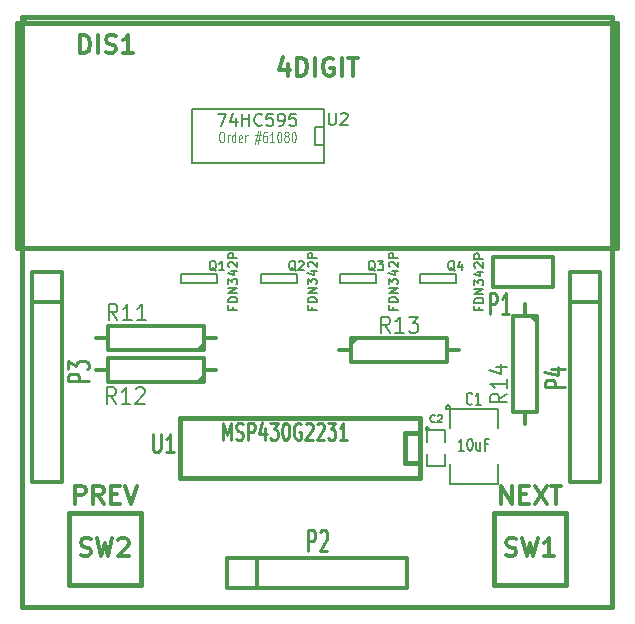
<source format=gto>
G04 (created by PCBNEW-RS274X (2011-05-25)-stable) date Sun 14 Oct 2012 04:31:26 PM CDT*
G01*
G70*
G90*
%MOIN*%
G04 Gerber Fmt 3.4, Leading zero omitted, Abs format*
%FSLAX34Y34*%
G04 APERTURE LIST*
%ADD10C,0.006000*%
%ADD11C,0.004000*%
%ADD12C,0.015000*%
%ADD13C,0.005000*%
%ADD14C,0.008000*%
%ADD15C,0.012000*%
%ADD16C,0.007500*%
%ADD17C,0.010700*%
%ADD18C,0.011300*%
%ADD19C,0.009000*%
G04 APERTURE END LIST*
G54D10*
G54D11*
X06636Y-03817D02*
X06684Y-03817D01*
X06708Y-03833D01*
X06731Y-03867D01*
X06743Y-03933D01*
X06743Y-04050D01*
X06731Y-04117D01*
X06708Y-04150D01*
X06684Y-04167D01*
X06636Y-04167D01*
X06612Y-04150D01*
X06589Y-04117D01*
X06577Y-04050D01*
X06577Y-03933D01*
X06589Y-03867D01*
X06612Y-03833D01*
X06636Y-03817D01*
X06851Y-04167D02*
X06851Y-03933D01*
X06851Y-04000D02*
X06862Y-03967D01*
X06874Y-03950D01*
X06898Y-03933D01*
X06922Y-03933D01*
X07113Y-04167D02*
X07113Y-03817D01*
X07113Y-04150D02*
X07089Y-04167D01*
X07041Y-04167D01*
X07017Y-04150D01*
X07006Y-04133D01*
X06994Y-04100D01*
X06994Y-04000D01*
X07006Y-03967D01*
X07017Y-03950D01*
X07041Y-03933D01*
X07089Y-03933D01*
X07113Y-03950D01*
X07327Y-04150D02*
X07303Y-04167D01*
X07255Y-04167D01*
X07232Y-04150D01*
X07220Y-04117D01*
X07220Y-03983D01*
X07232Y-03950D01*
X07255Y-03933D01*
X07303Y-03933D01*
X07327Y-03950D01*
X07339Y-03983D01*
X07339Y-04017D01*
X07220Y-04050D01*
X07446Y-04167D02*
X07446Y-03933D01*
X07446Y-04000D02*
X07457Y-03967D01*
X07469Y-03950D01*
X07493Y-03933D01*
X07517Y-03933D01*
X07779Y-03933D02*
X07957Y-03933D01*
X07850Y-03783D02*
X07779Y-04233D01*
X07933Y-04083D02*
X07755Y-04083D01*
X07862Y-04233D02*
X07933Y-03783D01*
X08148Y-03817D02*
X08100Y-03817D01*
X08076Y-03833D01*
X08064Y-03850D01*
X08041Y-03900D01*
X08029Y-03967D01*
X08029Y-04100D01*
X08041Y-04133D01*
X08052Y-04150D01*
X08076Y-04167D01*
X08124Y-04167D01*
X08148Y-04150D01*
X08160Y-04133D01*
X08171Y-04100D01*
X08171Y-04017D01*
X08160Y-03983D01*
X08148Y-03967D01*
X08124Y-03950D01*
X08076Y-03950D01*
X08052Y-03967D01*
X08041Y-03983D01*
X08029Y-04017D01*
X08409Y-04167D02*
X08267Y-04167D01*
X08338Y-04167D02*
X08338Y-03817D01*
X08314Y-03867D01*
X08290Y-03900D01*
X08267Y-03917D01*
X08564Y-03817D02*
X08588Y-03817D01*
X08612Y-03833D01*
X08624Y-03850D01*
X08636Y-03883D01*
X08647Y-03950D01*
X08647Y-04033D01*
X08636Y-04100D01*
X08624Y-04133D01*
X08612Y-04150D01*
X08588Y-04167D01*
X08564Y-04167D01*
X08540Y-04150D01*
X08528Y-04133D01*
X08517Y-04100D01*
X08505Y-04033D01*
X08505Y-03950D01*
X08517Y-03883D01*
X08528Y-03850D01*
X08540Y-03833D01*
X08564Y-03817D01*
X08790Y-03967D02*
X08766Y-03950D01*
X08755Y-03933D01*
X08743Y-03900D01*
X08743Y-03883D01*
X08755Y-03850D01*
X08766Y-03833D01*
X08790Y-03817D01*
X08838Y-03817D01*
X08862Y-03833D01*
X08874Y-03850D01*
X08885Y-03883D01*
X08885Y-03900D01*
X08874Y-03933D01*
X08862Y-03950D01*
X08838Y-03967D01*
X08790Y-03967D01*
X08766Y-03983D01*
X08755Y-04000D01*
X08743Y-04033D01*
X08743Y-04100D01*
X08755Y-04133D01*
X08766Y-04150D01*
X08790Y-04167D01*
X08838Y-04167D01*
X08862Y-04150D01*
X08874Y-04133D01*
X08885Y-04100D01*
X08885Y-04033D01*
X08874Y-04000D01*
X08862Y-03983D01*
X08838Y-03967D01*
X09040Y-03817D02*
X09064Y-03817D01*
X09088Y-03833D01*
X09100Y-03850D01*
X09112Y-03883D01*
X09123Y-03950D01*
X09123Y-04033D01*
X09112Y-04100D01*
X09100Y-04133D01*
X09088Y-04150D01*
X09064Y-04167D01*
X09040Y-04167D01*
X09016Y-04150D01*
X09004Y-04133D01*
X08993Y-04100D01*
X08981Y-04033D01*
X08981Y-03950D01*
X08993Y-03883D01*
X09004Y-03850D01*
X09016Y-03833D01*
X09040Y-03817D01*
G54D12*
X19650Y00000D02*
X00000Y00000D01*
X19650Y-19650D02*
X19650Y00000D01*
X00000Y-19650D02*
X19650Y-19650D01*
X00000Y00000D02*
X00000Y-19650D01*
X00050Y-00050D02*
X00000Y00000D01*
G54D13*
X06500Y-08850D02*
X05300Y-08850D01*
X05300Y-08850D02*
X05300Y-08550D01*
X05300Y-08550D02*
X06500Y-08550D01*
X06500Y-08550D02*
X06500Y-08850D01*
X09150Y-08850D02*
X07950Y-08850D01*
X07950Y-08850D02*
X07950Y-08550D01*
X07950Y-08550D02*
X09150Y-08550D01*
X09150Y-08550D02*
X09150Y-08850D01*
X11800Y-08850D02*
X10600Y-08850D01*
X10600Y-08850D02*
X10600Y-08550D01*
X10600Y-08550D02*
X11800Y-08550D01*
X11800Y-08550D02*
X11800Y-08850D01*
X14450Y-08850D02*
X13250Y-08850D01*
X13250Y-08850D02*
X13250Y-08550D01*
X13250Y-08550D02*
X14450Y-08550D01*
X14450Y-08550D02*
X14450Y-08850D01*
G54D14*
X10050Y-04250D02*
X09750Y-04250D01*
X09750Y-04250D02*
X09750Y-03650D01*
X09750Y-03650D02*
X10050Y-03650D01*
X05650Y-04850D02*
X05650Y-03050D01*
X05650Y-03050D02*
X10050Y-03050D01*
X10050Y-03050D02*
X10050Y-04850D01*
X10050Y-04850D02*
X05650Y-04850D01*
G54D15*
X15700Y-09000D02*
X15700Y-08000D01*
X15700Y-08000D02*
X17700Y-08000D01*
X17700Y-08000D02*
X17700Y-09000D01*
X17700Y-09000D02*
X15700Y-09000D01*
G54D12*
X13250Y-15350D02*
X05250Y-15350D01*
X05250Y-13350D02*
X13250Y-13350D01*
X13250Y-13350D02*
X13250Y-15350D01*
X13250Y-14850D02*
X12750Y-14850D01*
X12750Y-14850D02*
X12750Y-13850D01*
X12750Y-13850D02*
X13250Y-13850D01*
X05250Y-15350D02*
X05250Y-13350D01*
G54D13*
X14270Y-13000D02*
X14268Y-13013D01*
X14264Y-13026D01*
X14258Y-13038D01*
X14249Y-13049D01*
X14239Y-13058D01*
X14227Y-13064D01*
X14214Y-13068D01*
X14200Y-13069D01*
X14187Y-13068D01*
X14174Y-13064D01*
X14162Y-13058D01*
X14152Y-13050D01*
X14143Y-13039D01*
X14136Y-13027D01*
X14132Y-13014D01*
X14131Y-13000D01*
X14132Y-12988D01*
X14135Y-12975D01*
X14142Y-12963D01*
X14150Y-12952D01*
X14161Y-12943D01*
X14172Y-12936D01*
X14185Y-12932D01*
X14199Y-12931D01*
X14212Y-12932D01*
X14225Y-12935D01*
X14237Y-12941D01*
X14248Y-12950D01*
X14257Y-12960D01*
X14263Y-12972D01*
X14268Y-12985D01*
X14269Y-12999D01*
X14270Y-13000D01*
X14250Y-14900D02*
X14250Y-15550D01*
X14250Y-15550D02*
X15850Y-15550D01*
X15850Y-15550D02*
X15850Y-14900D01*
X15850Y-13700D02*
X15850Y-13050D01*
X15850Y-13050D02*
X14250Y-13050D01*
X14250Y-13050D02*
X14250Y-13700D01*
G54D12*
X-00157Y-07687D02*
X19843Y-07687D01*
X19843Y-07687D02*
X19843Y-00187D01*
X19843Y-00187D02*
X19793Y-00187D01*
X-00157Y-00187D02*
X-00157Y-07687D01*
X19843Y-00187D02*
X-00157Y-00187D01*
X15779Y-16517D02*
X15729Y-16517D01*
X15729Y-16517D02*
X15729Y-18917D01*
X15729Y-18917D02*
X18129Y-18917D01*
X18129Y-18917D02*
X18129Y-16567D01*
X15729Y-16517D02*
X18129Y-16517D01*
X01606Y-16517D02*
X01556Y-16517D01*
X01556Y-16517D02*
X01556Y-18917D01*
X01556Y-18917D02*
X03956Y-18917D01*
X03956Y-18917D02*
X03956Y-16567D01*
X01556Y-16517D02*
X03956Y-16517D01*
G54D15*
X01325Y-08500D02*
X01325Y-08500D01*
X01325Y-08500D02*
X01325Y-15500D01*
X01325Y-15500D02*
X00325Y-15500D01*
X00325Y-15500D02*
X00325Y-08500D01*
X00325Y-08500D02*
X01325Y-08500D01*
X00325Y-09500D02*
X00325Y-09500D01*
X00325Y-09500D02*
X01325Y-09500D01*
X19275Y-08500D02*
X19275Y-08500D01*
X19275Y-08500D02*
X19275Y-15500D01*
X19275Y-15500D02*
X18275Y-15500D01*
X18275Y-15500D02*
X18275Y-08500D01*
X18275Y-08500D02*
X19275Y-08500D01*
X18275Y-09500D02*
X18275Y-09500D01*
X18275Y-09500D02*
X19275Y-09500D01*
G54D13*
X13550Y-13700D02*
X13549Y-13709D01*
X13546Y-13719D01*
X13541Y-13727D01*
X13535Y-13735D01*
X13527Y-13741D01*
X13519Y-13746D01*
X13510Y-13748D01*
X13500Y-13749D01*
X13491Y-13749D01*
X13482Y-13746D01*
X13473Y-13741D01*
X13466Y-13735D01*
X13459Y-13728D01*
X13455Y-13719D01*
X13452Y-13710D01*
X13451Y-13700D01*
X13451Y-13691D01*
X13454Y-13682D01*
X13458Y-13673D01*
X13465Y-13666D01*
X13472Y-13659D01*
X13480Y-13655D01*
X13490Y-13652D01*
X13499Y-13651D01*
X13508Y-13651D01*
X13518Y-13654D01*
X13526Y-13658D01*
X13534Y-13664D01*
X13540Y-13672D01*
X13545Y-13680D01*
X13548Y-13689D01*
X13549Y-13699D01*
X13550Y-13700D01*
X13500Y-14150D02*
X13500Y-13750D01*
X13500Y-13750D02*
X14100Y-13750D01*
X14100Y-13750D02*
X14100Y-14150D01*
X14100Y-14550D02*
X14100Y-14950D01*
X14100Y-14950D02*
X13500Y-14950D01*
X13500Y-14950D02*
X13500Y-14550D01*
G54D15*
X06843Y-19004D02*
X06843Y-18004D01*
X06843Y-18004D02*
X12843Y-18004D01*
X12843Y-18004D02*
X12843Y-19004D01*
X12843Y-19004D02*
X06843Y-19004D01*
X07843Y-19004D02*
X07843Y-18004D01*
X06450Y-10700D02*
X06050Y-10700D01*
X06050Y-10700D02*
X06050Y-11100D01*
X06050Y-11100D02*
X02850Y-11100D01*
X02850Y-11100D02*
X02850Y-10300D01*
X02850Y-10300D02*
X06050Y-10300D01*
X06050Y-10300D02*
X06050Y-10700D01*
X06050Y-10900D02*
X05850Y-11100D01*
X02450Y-10700D02*
X02850Y-10700D01*
X06450Y-11750D02*
X06050Y-11750D01*
X06050Y-11750D02*
X06050Y-12150D01*
X06050Y-12150D02*
X02850Y-12150D01*
X02850Y-12150D02*
X02850Y-11350D01*
X02850Y-11350D02*
X06050Y-11350D01*
X06050Y-11350D02*
X06050Y-11750D01*
X06050Y-11950D02*
X05850Y-12150D01*
X02450Y-11750D02*
X02850Y-11750D01*
X10550Y-11075D02*
X10950Y-11075D01*
X10950Y-11075D02*
X10950Y-10675D01*
X10950Y-10675D02*
X14150Y-10675D01*
X14150Y-10675D02*
X14150Y-11475D01*
X14150Y-11475D02*
X10950Y-11475D01*
X10950Y-11475D02*
X10950Y-11075D01*
X10950Y-10875D02*
X11150Y-10675D01*
X14550Y-11075D02*
X14150Y-11075D01*
X16750Y-09550D02*
X16750Y-09950D01*
X16750Y-09950D02*
X17150Y-09950D01*
X17150Y-09950D02*
X17150Y-13150D01*
X17150Y-13150D02*
X16350Y-13150D01*
X16350Y-13150D02*
X16350Y-09950D01*
X16350Y-09950D02*
X16750Y-09950D01*
X16950Y-09950D02*
X17150Y-10150D01*
X16750Y-13550D02*
X16750Y-13150D01*
G54D16*
X06471Y-08450D02*
X06443Y-08436D01*
X06414Y-08407D01*
X06371Y-08364D01*
X06343Y-08350D01*
X06314Y-08350D01*
X06329Y-08421D02*
X06300Y-08407D01*
X06271Y-08379D01*
X06257Y-08321D01*
X06257Y-08221D01*
X06271Y-08164D01*
X06300Y-08136D01*
X06329Y-08121D01*
X06386Y-08121D01*
X06414Y-08136D01*
X06443Y-08164D01*
X06457Y-08221D01*
X06457Y-08321D01*
X06443Y-08379D01*
X06414Y-08407D01*
X06386Y-08421D01*
X06329Y-08421D01*
X06743Y-08421D02*
X06571Y-08421D01*
X06657Y-08421D02*
X06657Y-08121D01*
X06628Y-08164D01*
X06600Y-08193D01*
X06571Y-08207D01*
X07014Y-09643D02*
X07014Y-09743D01*
X07171Y-09743D02*
X06871Y-09743D01*
X06871Y-09600D01*
X07171Y-09486D02*
X06871Y-09486D01*
X06871Y-09414D01*
X06886Y-09371D01*
X06914Y-09343D01*
X06943Y-09328D01*
X07000Y-09314D01*
X07043Y-09314D01*
X07100Y-09328D01*
X07129Y-09343D01*
X07157Y-09371D01*
X07171Y-09414D01*
X07171Y-09486D01*
X07171Y-09186D02*
X06871Y-09186D01*
X07171Y-09014D01*
X06871Y-09014D01*
X06871Y-08900D02*
X06871Y-08714D01*
X06986Y-08814D01*
X06986Y-08772D01*
X07000Y-08743D01*
X07014Y-08729D01*
X07043Y-08714D01*
X07114Y-08714D01*
X07143Y-08729D01*
X07157Y-08743D01*
X07171Y-08772D01*
X07171Y-08857D01*
X07157Y-08886D01*
X07143Y-08900D01*
X06971Y-08457D02*
X07171Y-08457D01*
X06857Y-08528D02*
X07071Y-08600D01*
X07071Y-08414D01*
X06900Y-08314D02*
X06886Y-08300D01*
X06871Y-08271D01*
X06871Y-08200D01*
X06886Y-08171D01*
X06900Y-08157D01*
X06929Y-08142D01*
X06957Y-08142D01*
X07000Y-08157D01*
X07171Y-08328D01*
X07171Y-08142D01*
X07171Y-08014D02*
X06871Y-08014D01*
X06871Y-07899D01*
X06886Y-07871D01*
X06900Y-07856D01*
X06929Y-07842D01*
X06971Y-07842D01*
X07000Y-07856D01*
X07014Y-07871D01*
X07029Y-07899D01*
X07029Y-08014D01*
X09121Y-08450D02*
X09093Y-08436D01*
X09064Y-08407D01*
X09021Y-08364D01*
X08993Y-08350D01*
X08964Y-08350D01*
X08979Y-08421D02*
X08950Y-08407D01*
X08921Y-08379D01*
X08907Y-08321D01*
X08907Y-08221D01*
X08921Y-08164D01*
X08950Y-08136D01*
X08979Y-08121D01*
X09036Y-08121D01*
X09064Y-08136D01*
X09093Y-08164D01*
X09107Y-08221D01*
X09107Y-08321D01*
X09093Y-08379D01*
X09064Y-08407D01*
X09036Y-08421D01*
X08979Y-08421D01*
X09221Y-08150D02*
X09235Y-08136D01*
X09264Y-08121D01*
X09335Y-08121D01*
X09364Y-08136D01*
X09378Y-08150D01*
X09393Y-08179D01*
X09393Y-08207D01*
X09378Y-08250D01*
X09207Y-08421D01*
X09393Y-08421D01*
X09664Y-09643D02*
X09664Y-09743D01*
X09821Y-09743D02*
X09521Y-09743D01*
X09521Y-09600D01*
X09821Y-09486D02*
X09521Y-09486D01*
X09521Y-09414D01*
X09536Y-09371D01*
X09564Y-09343D01*
X09593Y-09328D01*
X09650Y-09314D01*
X09693Y-09314D01*
X09750Y-09328D01*
X09779Y-09343D01*
X09807Y-09371D01*
X09821Y-09414D01*
X09821Y-09486D01*
X09821Y-09186D02*
X09521Y-09186D01*
X09821Y-09014D01*
X09521Y-09014D01*
X09521Y-08900D02*
X09521Y-08714D01*
X09636Y-08814D01*
X09636Y-08772D01*
X09650Y-08743D01*
X09664Y-08729D01*
X09693Y-08714D01*
X09764Y-08714D01*
X09793Y-08729D01*
X09807Y-08743D01*
X09821Y-08772D01*
X09821Y-08857D01*
X09807Y-08886D01*
X09793Y-08900D01*
X09621Y-08457D02*
X09821Y-08457D01*
X09507Y-08528D02*
X09721Y-08600D01*
X09721Y-08414D01*
X09550Y-08314D02*
X09536Y-08300D01*
X09521Y-08271D01*
X09521Y-08200D01*
X09536Y-08171D01*
X09550Y-08157D01*
X09579Y-08142D01*
X09607Y-08142D01*
X09650Y-08157D01*
X09821Y-08328D01*
X09821Y-08142D01*
X09821Y-08014D02*
X09521Y-08014D01*
X09521Y-07899D01*
X09536Y-07871D01*
X09550Y-07856D01*
X09579Y-07842D01*
X09621Y-07842D01*
X09650Y-07856D01*
X09664Y-07871D01*
X09679Y-07899D01*
X09679Y-08014D01*
X11771Y-08450D02*
X11743Y-08436D01*
X11714Y-08407D01*
X11671Y-08364D01*
X11643Y-08350D01*
X11614Y-08350D01*
X11629Y-08421D02*
X11600Y-08407D01*
X11571Y-08379D01*
X11557Y-08321D01*
X11557Y-08221D01*
X11571Y-08164D01*
X11600Y-08136D01*
X11629Y-08121D01*
X11686Y-08121D01*
X11714Y-08136D01*
X11743Y-08164D01*
X11757Y-08221D01*
X11757Y-08321D01*
X11743Y-08379D01*
X11714Y-08407D01*
X11686Y-08421D01*
X11629Y-08421D01*
X11857Y-08121D02*
X12043Y-08121D01*
X11943Y-08236D01*
X11985Y-08236D01*
X12014Y-08250D01*
X12028Y-08264D01*
X12043Y-08293D01*
X12043Y-08364D01*
X12028Y-08393D01*
X12014Y-08407D01*
X11985Y-08421D01*
X11900Y-08421D01*
X11871Y-08407D01*
X11857Y-08393D01*
X12364Y-09643D02*
X12364Y-09743D01*
X12521Y-09743D02*
X12221Y-09743D01*
X12221Y-09600D01*
X12521Y-09486D02*
X12221Y-09486D01*
X12221Y-09414D01*
X12236Y-09371D01*
X12264Y-09343D01*
X12293Y-09328D01*
X12350Y-09314D01*
X12393Y-09314D01*
X12450Y-09328D01*
X12479Y-09343D01*
X12507Y-09371D01*
X12521Y-09414D01*
X12521Y-09486D01*
X12521Y-09186D02*
X12221Y-09186D01*
X12521Y-09014D01*
X12221Y-09014D01*
X12221Y-08900D02*
X12221Y-08714D01*
X12336Y-08814D01*
X12336Y-08772D01*
X12350Y-08743D01*
X12364Y-08729D01*
X12393Y-08714D01*
X12464Y-08714D01*
X12493Y-08729D01*
X12507Y-08743D01*
X12521Y-08772D01*
X12521Y-08857D01*
X12507Y-08886D01*
X12493Y-08900D01*
X12321Y-08457D02*
X12521Y-08457D01*
X12207Y-08528D02*
X12421Y-08600D01*
X12421Y-08414D01*
X12250Y-08314D02*
X12236Y-08300D01*
X12221Y-08271D01*
X12221Y-08200D01*
X12236Y-08171D01*
X12250Y-08157D01*
X12279Y-08142D01*
X12307Y-08142D01*
X12350Y-08157D01*
X12521Y-08328D01*
X12521Y-08142D01*
X12521Y-08014D02*
X12221Y-08014D01*
X12221Y-07899D01*
X12236Y-07871D01*
X12250Y-07856D01*
X12279Y-07842D01*
X12321Y-07842D01*
X12350Y-07856D01*
X12364Y-07871D01*
X12379Y-07899D01*
X12379Y-08014D01*
X14421Y-08450D02*
X14393Y-08436D01*
X14364Y-08407D01*
X14321Y-08364D01*
X14293Y-08350D01*
X14264Y-08350D01*
X14279Y-08421D02*
X14250Y-08407D01*
X14221Y-08379D01*
X14207Y-08321D01*
X14207Y-08221D01*
X14221Y-08164D01*
X14250Y-08136D01*
X14279Y-08121D01*
X14336Y-08121D01*
X14364Y-08136D01*
X14393Y-08164D01*
X14407Y-08221D01*
X14407Y-08321D01*
X14393Y-08379D01*
X14364Y-08407D01*
X14336Y-08421D01*
X14279Y-08421D01*
X14664Y-08221D02*
X14664Y-08421D01*
X14593Y-08107D02*
X14521Y-08321D01*
X14707Y-08321D01*
X15214Y-09668D02*
X15214Y-09768D01*
X15371Y-09768D02*
X15071Y-09768D01*
X15071Y-09625D01*
X15371Y-09511D02*
X15071Y-09511D01*
X15071Y-09439D01*
X15086Y-09396D01*
X15114Y-09368D01*
X15143Y-09353D01*
X15200Y-09339D01*
X15243Y-09339D01*
X15300Y-09353D01*
X15329Y-09368D01*
X15357Y-09396D01*
X15371Y-09439D01*
X15371Y-09511D01*
X15371Y-09211D02*
X15071Y-09211D01*
X15371Y-09039D01*
X15071Y-09039D01*
X15071Y-08925D02*
X15071Y-08739D01*
X15186Y-08839D01*
X15186Y-08797D01*
X15200Y-08768D01*
X15214Y-08754D01*
X15243Y-08739D01*
X15314Y-08739D01*
X15343Y-08754D01*
X15357Y-08768D01*
X15371Y-08797D01*
X15371Y-08882D01*
X15357Y-08911D01*
X15343Y-08925D01*
X15171Y-08482D02*
X15371Y-08482D01*
X15057Y-08553D02*
X15271Y-08625D01*
X15271Y-08439D01*
X15100Y-08339D02*
X15086Y-08325D01*
X15071Y-08296D01*
X15071Y-08225D01*
X15086Y-08196D01*
X15100Y-08182D01*
X15129Y-08167D01*
X15157Y-08167D01*
X15200Y-08182D01*
X15371Y-08353D01*
X15371Y-08167D01*
X15371Y-08039D02*
X15071Y-08039D01*
X15071Y-07924D01*
X15086Y-07896D01*
X15100Y-07881D01*
X15129Y-07867D01*
X15171Y-07867D01*
X15200Y-07881D01*
X15214Y-07896D01*
X15229Y-07924D01*
X15229Y-08039D01*
G54D14*
X10220Y-03187D02*
X10220Y-03511D01*
X10239Y-03549D01*
X10258Y-03568D01*
X10296Y-03587D01*
X10373Y-03587D01*
X10411Y-03568D01*
X10430Y-03549D01*
X10449Y-03511D01*
X10449Y-03187D01*
X10620Y-03225D02*
X10639Y-03206D01*
X10677Y-03187D01*
X10773Y-03187D01*
X10811Y-03206D01*
X10830Y-03225D01*
X10849Y-03263D01*
X10849Y-03301D01*
X10830Y-03358D01*
X10601Y-03587D01*
X10849Y-03587D01*
X06545Y-03212D02*
X06812Y-03212D01*
X06640Y-03612D01*
X07136Y-03345D02*
X07136Y-03612D01*
X07040Y-03193D02*
X06945Y-03479D01*
X07193Y-03479D01*
X07345Y-03612D02*
X07345Y-03212D01*
X07345Y-03402D02*
X07574Y-03402D01*
X07574Y-03612D02*
X07574Y-03212D01*
X07993Y-03574D02*
X07974Y-03593D01*
X07917Y-03612D01*
X07879Y-03612D01*
X07821Y-03593D01*
X07783Y-03555D01*
X07764Y-03517D01*
X07745Y-03440D01*
X07745Y-03383D01*
X07764Y-03307D01*
X07783Y-03269D01*
X07821Y-03231D01*
X07879Y-03212D01*
X07917Y-03212D01*
X07974Y-03231D01*
X07993Y-03250D01*
X08355Y-03212D02*
X08164Y-03212D01*
X08145Y-03402D01*
X08164Y-03383D01*
X08202Y-03364D01*
X08298Y-03364D01*
X08336Y-03383D01*
X08355Y-03402D01*
X08374Y-03440D01*
X08374Y-03536D01*
X08355Y-03574D01*
X08336Y-03593D01*
X08298Y-03612D01*
X08202Y-03612D01*
X08164Y-03593D01*
X08145Y-03574D01*
X08564Y-03612D02*
X08640Y-03612D01*
X08679Y-03593D01*
X08698Y-03574D01*
X08736Y-03517D01*
X08755Y-03440D01*
X08755Y-03288D01*
X08736Y-03250D01*
X08717Y-03231D01*
X08679Y-03212D01*
X08602Y-03212D01*
X08564Y-03231D01*
X08545Y-03250D01*
X08526Y-03288D01*
X08526Y-03383D01*
X08545Y-03421D01*
X08564Y-03440D01*
X08602Y-03460D01*
X08679Y-03460D01*
X08717Y-03440D01*
X08736Y-03421D01*
X08755Y-03383D01*
X09117Y-03212D02*
X08926Y-03212D01*
X08907Y-03402D01*
X08926Y-03383D01*
X08964Y-03364D01*
X09060Y-03364D01*
X09098Y-03383D01*
X09117Y-03402D01*
X09136Y-03440D01*
X09136Y-03536D01*
X09117Y-03574D01*
X09098Y-03593D01*
X09060Y-03612D01*
X08964Y-03612D01*
X08926Y-03593D01*
X08907Y-03574D01*
G54D17*
X15584Y-09875D02*
X15584Y-09194D01*
X15747Y-09194D01*
X15788Y-09227D01*
X15808Y-09259D01*
X15828Y-09324D01*
X15828Y-09421D01*
X15808Y-09486D01*
X15788Y-09518D01*
X15747Y-09551D01*
X15584Y-09551D01*
X16236Y-09875D02*
X15992Y-09875D01*
X16114Y-09875D02*
X16114Y-09194D01*
X16073Y-09291D01*
X16032Y-09356D01*
X15992Y-09389D01*
G54D18*
X04357Y-13893D02*
X04357Y-14379D01*
X04379Y-14436D01*
X04400Y-14464D01*
X04443Y-14493D01*
X04529Y-14493D01*
X04571Y-14464D01*
X04593Y-14436D01*
X04614Y-14379D01*
X04614Y-13893D01*
X05064Y-14493D02*
X04807Y-14493D01*
X04935Y-14493D02*
X04935Y-13893D01*
X04892Y-13979D01*
X04850Y-14036D01*
X04807Y-14064D01*
G54D19*
X06693Y-14081D02*
X06693Y-13511D01*
X06827Y-13918D01*
X06960Y-13511D01*
X06960Y-14081D01*
X07131Y-14054D02*
X07188Y-14081D01*
X07284Y-14081D01*
X07322Y-14054D01*
X07341Y-14026D01*
X07360Y-13972D01*
X07360Y-13918D01*
X07341Y-13864D01*
X07322Y-13836D01*
X07284Y-13809D01*
X07207Y-13782D01*
X07169Y-13755D01*
X07150Y-13728D01*
X07131Y-13674D01*
X07131Y-13619D01*
X07150Y-13565D01*
X07169Y-13538D01*
X07207Y-13511D01*
X07303Y-13511D01*
X07360Y-13538D01*
X07531Y-14081D02*
X07531Y-13511D01*
X07684Y-13511D01*
X07722Y-13538D01*
X07741Y-13565D01*
X07760Y-13619D01*
X07760Y-13701D01*
X07741Y-13755D01*
X07722Y-13782D01*
X07684Y-13809D01*
X07531Y-13809D01*
X08103Y-13701D02*
X08103Y-14081D01*
X08007Y-13484D02*
X07912Y-13891D01*
X08160Y-13891D01*
X08274Y-13511D02*
X08522Y-13511D01*
X08388Y-13728D01*
X08446Y-13728D01*
X08484Y-13755D01*
X08503Y-13782D01*
X08522Y-13836D01*
X08522Y-13972D01*
X08503Y-14026D01*
X08484Y-14054D01*
X08446Y-14081D01*
X08331Y-14081D01*
X08293Y-14054D01*
X08274Y-14026D01*
X08769Y-13511D02*
X08808Y-13511D01*
X08846Y-13538D01*
X08865Y-13565D01*
X08884Y-13619D01*
X08903Y-13728D01*
X08903Y-13864D01*
X08884Y-13972D01*
X08865Y-14026D01*
X08846Y-14054D01*
X08808Y-14081D01*
X08769Y-14081D01*
X08731Y-14054D01*
X08712Y-14026D01*
X08693Y-13972D01*
X08674Y-13864D01*
X08674Y-13728D01*
X08693Y-13619D01*
X08712Y-13565D01*
X08731Y-13538D01*
X08769Y-13511D01*
X09284Y-13538D02*
X09246Y-13511D01*
X09189Y-13511D01*
X09131Y-13538D01*
X09093Y-13592D01*
X09074Y-13646D01*
X09055Y-13755D01*
X09055Y-13836D01*
X09074Y-13945D01*
X09093Y-13999D01*
X09131Y-14054D01*
X09189Y-14081D01*
X09227Y-14081D01*
X09284Y-14054D01*
X09303Y-14026D01*
X09303Y-13836D01*
X09227Y-13836D01*
X09455Y-13565D02*
X09474Y-13538D01*
X09512Y-13511D01*
X09608Y-13511D01*
X09646Y-13538D01*
X09665Y-13565D01*
X09684Y-13619D01*
X09684Y-13674D01*
X09665Y-13755D01*
X09436Y-14081D01*
X09684Y-14081D01*
X09836Y-13565D02*
X09855Y-13538D01*
X09893Y-13511D01*
X09989Y-13511D01*
X10027Y-13538D01*
X10046Y-13565D01*
X10065Y-13619D01*
X10065Y-13674D01*
X10046Y-13755D01*
X09817Y-14081D01*
X10065Y-14081D01*
X10198Y-13511D02*
X10446Y-13511D01*
X10312Y-13728D01*
X10370Y-13728D01*
X10408Y-13755D01*
X10427Y-13782D01*
X10446Y-13836D01*
X10446Y-13972D01*
X10427Y-14026D01*
X10408Y-14054D01*
X10370Y-14081D01*
X10255Y-14081D01*
X10217Y-14054D01*
X10198Y-14026D01*
X10827Y-14081D02*
X10598Y-14081D01*
X10712Y-14081D02*
X10712Y-13511D01*
X10674Y-13592D01*
X10636Y-13646D01*
X10598Y-13674D01*
G54D13*
X15000Y-12874D02*
X14986Y-12893D01*
X14943Y-12912D01*
X14914Y-12912D01*
X14871Y-12893D01*
X14843Y-12855D01*
X14828Y-12817D01*
X14814Y-12740D01*
X14814Y-12683D01*
X14828Y-12607D01*
X14843Y-12569D01*
X14871Y-12531D01*
X14914Y-12512D01*
X14943Y-12512D01*
X14986Y-12531D01*
X15000Y-12550D01*
X15286Y-12912D02*
X15114Y-12912D01*
X15200Y-12912D02*
X15200Y-12512D01*
X15171Y-12569D01*
X15143Y-12607D01*
X15114Y-12626D01*
X14729Y-14437D02*
X14557Y-14437D01*
X14643Y-14437D02*
X14643Y-14037D01*
X14614Y-14094D01*
X14586Y-14132D01*
X14557Y-14151D01*
X14915Y-14037D02*
X14943Y-14037D01*
X14972Y-14056D01*
X14986Y-14075D01*
X15000Y-14113D01*
X15015Y-14189D01*
X15015Y-14285D01*
X15000Y-14361D01*
X14986Y-14399D01*
X14972Y-14418D01*
X14943Y-14437D01*
X14915Y-14437D01*
X14886Y-14418D01*
X14872Y-14399D01*
X14857Y-14361D01*
X14843Y-14285D01*
X14843Y-14189D01*
X14857Y-14113D01*
X14872Y-14075D01*
X14886Y-14056D01*
X14915Y-14037D01*
X15272Y-14170D02*
X15272Y-14437D01*
X15143Y-14170D02*
X15143Y-14380D01*
X15158Y-14418D01*
X15186Y-14437D01*
X15229Y-14437D01*
X15258Y-14418D01*
X15272Y-14399D01*
X15514Y-14227D02*
X15414Y-14227D01*
X15414Y-14437D02*
X15414Y-14037D01*
X15557Y-14037D01*
G54D15*
X01929Y-01193D02*
X01929Y-00593D01*
X02072Y-00593D01*
X02157Y-00621D01*
X02215Y-00679D01*
X02243Y-00736D01*
X02272Y-00850D01*
X02272Y-00936D01*
X02243Y-01050D01*
X02215Y-01107D01*
X02157Y-01164D01*
X02072Y-01193D01*
X01929Y-01193D01*
X02529Y-01193D02*
X02529Y-00593D01*
X02786Y-01164D02*
X02872Y-01193D01*
X03015Y-01193D01*
X03072Y-01164D01*
X03101Y-01136D01*
X03129Y-01079D01*
X03129Y-01021D01*
X03101Y-00964D01*
X03072Y-00936D01*
X03015Y-00907D01*
X02901Y-00879D01*
X02843Y-00850D01*
X02815Y-00821D01*
X02786Y-00764D01*
X02786Y-00707D01*
X02815Y-00650D01*
X02843Y-00621D01*
X02901Y-00593D01*
X03043Y-00593D01*
X03129Y-00621D01*
X03700Y-01193D02*
X03357Y-01193D01*
X03529Y-01193D02*
X03529Y-00593D01*
X03472Y-00679D01*
X03414Y-00736D01*
X03357Y-00764D01*
X08850Y-01543D02*
X08850Y-01943D01*
X08707Y-01314D02*
X08564Y-01743D01*
X08936Y-01743D01*
X09164Y-01943D02*
X09164Y-01343D01*
X09307Y-01343D01*
X09392Y-01371D01*
X09450Y-01429D01*
X09478Y-01486D01*
X09507Y-01600D01*
X09507Y-01686D01*
X09478Y-01800D01*
X09450Y-01857D01*
X09392Y-01914D01*
X09307Y-01943D01*
X09164Y-01943D01*
X09764Y-01943D02*
X09764Y-01343D01*
X10364Y-01371D02*
X10307Y-01343D01*
X10221Y-01343D01*
X10136Y-01371D01*
X10078Y-01429D01*
X10050Y-01486D01*
X10021Y-01600D01*
X10021Y-01686D01*
X10050Y-01800D01*
X10078Y-01857D01*
X10136Y-01914D01*
X10221Y-01943D01*
X10278Y-01943D01*
X10364Y-01914D01*
X10393Y-01886D01*
X10393Y-01686D01*
X10278Y-01686D01*
X10650Y-01943D02*
X10650Y-01343D01*
X10850Y-01343D02*
X11193Y-01343D01*
X11022Y-01943D02*
X11022Y-01343D01*
X15972Y-16210D02*
X15972Y-15610D01*
X16315Y-16210D01*
X16315Y-15610D01*
X16601Y-15896D02*
X16801Y-15896D01*
X16887Y-16210D02*
X16601Y-16210D01*
X16601Y-15610D01*
X16887Y-15610D01*
X17087Y-15610D02*
X17487Y-16210D01*
X17487Y-15610D02*
X17087Y-16210D01*
X17629Y-15610D02*
X17972Y-15610D01*
X17801Y-16210D02*
X17801Y-15610D01*
X16129Y-17931D02*
X16215Y-17960D01*
X16358Y-17960D01*
X16415Y-17931D01*
X16444Y-17903D01*
X16472Y-17846D01*
X16472Y-17788D01*
X16444Y-17731D01*
X16415Y-17703D01*
X16358Y-17674D01*
X16244Y-17646D01*
X16186Y-17617D01*
X16158Y-17588D01*
X16129Y-17531D01*
X16129Y-17474D01*
X16158Y-17417D01*
X16186Y-17388D01*
X16244Y-17360D01*
X16386Y-17360D01*
X16472Y-17388D01*
X16672Y-17360D02*
X16815Y-17960D01*
X16929Y-17531D01*
X17043Y-17960D01*
X17186Y-17360D01*
X17729Y-17960D02*
X17386Y-17960D01*
X17558Y-17960D02*
X17558Y-17360D01*
X17501Y-17446D01*
X17443Y-17503D01*
X17386Y-17531D01*
X01771Y-16210D02*
X01771Y-15610D01*
X01999Y-15610D01*
X02057Y-15638D01*
X02085Y-15667D01*
X02114Y-15724D01*
X02114Y-15810D01*
X02085Y-15867D01*
X02057Y-15896D01*
X01999Y-15924D01*
X01771Y-15924D01*
X02714Y-16210D02*
X02514Y-15924D01*
X02371Y-16210D02*
X02371Y-15610D01*
X02599Y-15610D01*
X02657Y-15638D01*
X02685Y-15667D01*
X02714Y-15724D01*
X02714Y-15810D01*
X02685Y-15867D01*
X02657Y-15896D01*
X02599Y-15924D01*
X02371Y-15924D01*
X02971Y-15896D02*
X03171Y-15896D01*
X03257Y-16210D02*
X02971Y-16210D01*
X02971Y-15610D01*
X03257Y-15610D01*
X03428Y-15610D02*
X03628Y-16210D01*
X03828Y-15610D01*
X01956Y-17931D02*
X02042Y-17960D01*
X02185Y-17960D01*
X02242Y-17931D01*
X02271Y-17903D01*
X02299Y-17846D01*
X02299Y-17788D01*
X02271Y-17731D01*
X02242Y-17703D01*
X02185Y-17674D01*
X02071Y-17646D01*
X02013Y-17617D01*
X01985Y-17588D01*
X01956Y-17531D01*
X01956Y-17474D01*
X01985Y-17417D01*
X02013Y-17388D01*
X02071Y-17360D01*
X02213Y-17360D01*
X02299Y-17388D01*
X02499Y-17360D02*
X02642Y-17960D01*
X02756Y-17531D01*
X02870Y-17960D01*
X03013Y-17360D01*
X03213Y-17417D02*
X03242Y-17388D01*
X03299Y-17360D01*
X03442Y-17360D01*
X03499Y-17388D01*
X03528Y-17417D01*
X03556Y-17474D01*
X03556Y-17531D01*
X03528Y-17617D01*
X03185Y-17960D01*
X03556Y-17960D01*
G54D17*
X02216Y-12116D02*
X01535Y-12116D01*
X01535Y-11953D01*
X01568Y-11912D01*
X01600Y-11892D01*
X01665Y-11872D01*
X01762Y-11872D01*
X01827Y-11892D01*
X01859Y-11912D01*
X01892Y-11953D01*
X01892Y-12116D01*
X01535Y-11729D02*
X01535Y-11464D01*
X01795Y-11607D01*
X01795Y-11545D01*
X01827Y-11505D01*
X01859Y-11484D01*
X01924Y-11464D01*
X02086Y-11464D01*
X02151Y-11484D01*
X02184Y-11505D01*
X02216Y-11545D01*
X02216Y-11668D01*
X02184Y-11708D01*
X02151Y-11729D01*
X18099Y-12316D02*
X17418Y-12316D01*
X17418Y-12153D01*
X17451Y-12112D01*
X17483Y-12092D01*
X17548Y-12072D01*
X17645Y-12072D01*
X17710Y-12092D01*
X17742Y-12112D01*
X17775Y-12153D01*
X17775Y-12316D01*
X17645Y-11705D02*
X18099Y-11705D01*
X17386Y-11807D02*
X17872Y-11908D01*
X17872Y-11644D01*
G54D13*
X13758Y-13477D02*
X13746Y-13489D01*
X13711Y-13501D01*
X13687Y-13501D01*
X13651Y-13489D01*
X13627Y-13465D01*
X13616Y-13442D01*
X13604Y-13394D01*
X13604Y-13358D01*
X13616Y-13311D01*
X13627Y-13287D01*
X13651Y-13263D01*
X13687Y-13251D01*
X13711Y-13251D01*
X13746Y-13263D01*
X13758Y-13275D01*
X13854Y-13275D02*
X13866Y-13263D01*
X13889Y-13251D01*
X13949Y-13251D01*
X13973Y-13263D01*
X13985Y-13275D01*
X13996Y-13299D01*
X13996Y-13323D01*
X13985Y-13358D01*
X13842Y-13501D01*
X13996Y-13501D01*
G54D17*
X09527Y-17779D02*
X09527Y-17098D01*
X09690Y-17098D01*
X09731Y-17131D01*
X09751Y-17163D01*
X09771Y-17228D01*
X09771Y-17325D01*
X09751Y-17390D01*
X09731Y-17422D01*
X09690Y-17455D01*
X09527Y-17455D01*
X09935Y-17163D02*
X09955Y-17131D01*
X09996Y-17098D01*
X10098Y-17098D01*
X10138Y-17131D01*
X10159Y-17163D01*
X10179Y-17228D01*
X10179Y-17293D01*
X10159Y-17390D01*
X09914Y-17779D01*
X10179Y-17779D01*
G54D14*
X03179Y-10098D02*
X03012Y-09836D01*
X02893Y-10098D02*
X02893Y-09548D01*
X03084Y-09548D01*
X03131Y-09574D01*
X03155Y-09600D01*
X03179Y-09652D01*
X03179Y-09731D01*
X03155Y-09783D01*
X03131Y-09810D01*
X03084Y-09836D01*
X02893Y-09836D01*
X03655Y-10098D02*
X03369Y-10098D01*
X03512Y-10098D02*
X03512Y-09548D01*
X03464Y-09626D01*
X03417Y-09679D01*
X03369Y-09705D01*
X04131Y-10098D02*
X03845Y-10098D01*
X03988Y-10098D02*
X03988Y-09548D01*
X03940Y-09626D01*
X03893Y-09679D01*
X03845Y-09705D01*
X03129Y-12873D02*
X02962Y-12611D01*
X02843Y-12873D02*
X02843Y-12323D01*
X03034Y-12323D01*
X03081Y-12349D01*
X03105Y-12375D01*
X03129Y-12427D01*
X03129Y-12506D01*
X03105Y-12558D01*
X03081Y-12585D01*
X03034Y-12611D01*
X02843Y-12611D01*
X03605Y-12873D02*
X03319Y-12873D01*
X03462Y-12873D02*
X03462Y-12323D01*
X03414Y-12401D01*
X03367Y-12454D01*
X03319Y-12480D01*
X03795Y-12375D02*
X03819Y-12349D01*
X03867Y-12323D01*
X03986Y-12323D01*
X04033Y-12349D01*
X04057Y-12375D01*
X04081Y-12427D01*
X04081Y-12480D01*
X04057Y-12558D01*
X03771Y-12873D01*
X04081Y-12873D01*
X12254Y-10523D02*
X12087Y-10261D01*
X11968Y-10523D02*
X11968Y-09973D01*
X12159Y-09973D01*
X12206Y-09999D01*
X12230Y-10025D01*
X12254Y-10077D01*
X12254Y-10156D01*
X12230Y-10208D01*
X12206Y-10235D01*
X12159Y-10261D01*
X11968Y-10261D01*
X12730Y-10523D02*
X12444Y-10523D01*
X12587Y-10523D02*
X12587Y-09973D01*
X12539Y-10051D01*
X12492Y-10104D01*
X12444Y-10130D01*
X12896Y-09973D02*
X13206Y-09973D01*
X13039Y-10182D01*
X13111Y-10182D01*
X13158Y-10208D01*
X13182Y-10235D01*
X13206Y-10287D01*
X13206Y-10418D01*
X13182Y-10470D01*
X13158Y-10496D01*
X13111Y-10523D01*
X12968Y-10523D01*
X12920Y-10496D01*
X12896Y-10470D01*
X16148Y-12546D02*
X15886Y-12713D01*
X16148Y-12832D02*
X15598Y-12832D01*
X15598Y-12641D01*
X15624Y-12594D01*
X15650Y-12570D01*
X15702Y-12546D01*
X15781Y-12546D01*
X15833Y-12570D01*
X15860Y-12594D01*
X15886Y-12641D01*
X15886Y-12832D01*
X16148Y-12070D02*
X16148Y-12356D01*
X16148Y-12213D02*
X15598Y-12213D01*
X15676Y-12261D01*
X15729Y-12308D01*
X15755Y-12356D01*
X15781Y-11642D02*
X16148Y-11642D01*
X15571Y-11761D02*
X15964Y-11880D01*
X15964Y-11570D01*
M02*

</source>
